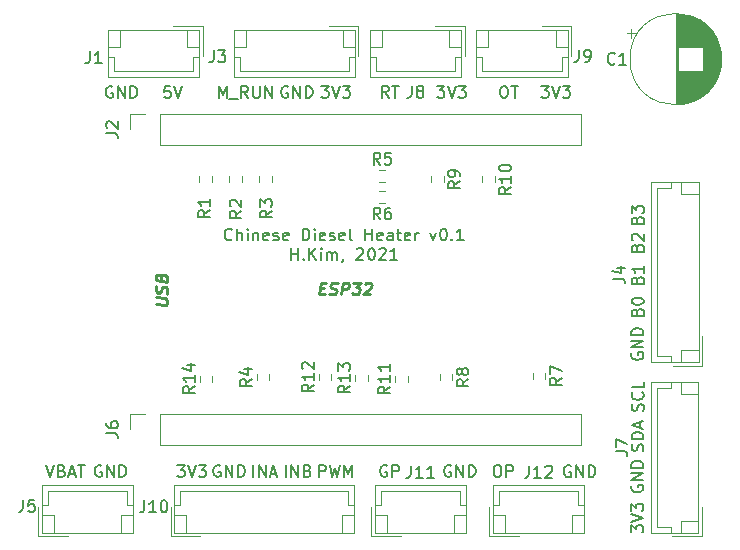
<source format=gbr>
%TF.GenerationSoftware,KiCad,Pcbnew,(5.1.9)-1*%
%TF.CreationDate,2021-02-26T14:18:11+09:00*%
%TF.ProjectId,diesel-heater-esp32,64696573-656c-42d6-9865-617465722d65,rev?*%
%TF.SameCoordinates,Original*%
%TF.FileFunction,Legend,Top*%
%TF.FilePolarity,Positive*%
%FSLAX46Y46*%
G04 Gerber Fmt 4.6, Leading zero omitted, Abs format (unit mm)*
G04 Created by KiCad (PCBNEW (5.1.9)-1) date 2021-02-26 14:18:11*
%MOMM*%
%LPD*%
G01*
G04 APERTURE LIST*
%ADD10C,0.250000*%
%ADD11C,0.150000*%
%ADD12C,0.120000*%
G04 APERTURE END LIST*
D10*
X121942380Y-94705014D02*
X122751904Y-94806205D01*
X122847142Y-94770491D01*
X122894761Y-94728824D01*
X122942380Y-94639538D01*
X122942380Y-94449062D01*
X122894761Y-94347872D01*
X122847142Y-94294300D01*
X122751904Y-94234776D01*
X121942380Y-94133586D01*
X122894761Y-93824062D02*
X122942380Y-93687157D01*
X122942380Y-93449062D01*
X122894761Y-93347872D01*
X122847142Y-93294300D01*
X122751904Y-93234776D01*
X122656666Y-93222872D01*
X122561428Y-93258586D01*
X122513809Y-93300252D01*
X122466190Y-93389538D01*
X122418571Y-93574062D01*
X122370952Y-93663348D01*
X122323333Y-93705014D01*
X122228095Y-93740729D01*
X122132857Y-93728824D01*
X122037619Y-93669300D01*
X121990000Y-93615729D01*
X121942380Y-93514538D01*
X121942380Y-93276443D01*
X121990000Y-93139538D01*
X122418571Y-92431205D02*
X122466190Y-92294300D01*
X122513809Y-92252633D01*
X122609047Y-92216919D01*
X122751904Y-92234776D01*
X122847142Y-92294300D01*
X122894761Y-92347872D01*
X122942380Y-92449062D01*
X122942380Y-92830014D01*
X121942380Y-92705014D01*
X121942380Y-92371681D01*
X121990000Y-92282395D01*
X122037619Y-92240729D01*
X122132857Y-92205014D01*
X122228095Y-92216919D01*
X122323333Y-92276443D01*
X122370952Y-92330014D01*
X122418571Y-92431205D01*
X122418571Y-92764538D01*
X135864508Y-93368571D02*
X136197842Y-93368571D01*
X136275223Y-93892380D02*
X135799032Y-93892380D01*
X135924032Y-92892380D01*
X136400223Y-92892380D01*
X136662127Y-93844761D02*
X136799032Y-93892380D01*
X137037127Y-93892380D01*
X137138318Y-93844761D01*
X137191889Y-93797142D01*
X137251413Y-93701904D01*
X137263318Y-93606666D01*
X137227604Y-93511428D01*
X137185937Y-93463809D01*
X137096651Y-93416190D01*
X136912127Y-93368571D01*
X136822842Y-93320952D01*
X136781175Y-93273333D01*
X136745461Y-93178095D01*
X136757366Y-93082857D01*
X136816889Y-92987619D01*
X136870461Y-92940000D01*
X136971651Y-92892380D01*
X137209747Y-92892380D01*
X137346651Y-92940000D01*
X137656175Y-93892380D02*
X137781175Y-92892380D01*
X138162127Y-92892380D01*
X138251413Y-92940000D01*
X138293080Y-92987619D01*
X138328794Y-93082857D01*
X138310937Y-93225714D01*
X138251413Y-93320952D01*
X138197842Y-93368571D01*
X138096651Y-93416190D01*
X137715699Y-93416190D01*
X138685937Y-92892380D02*
X139304985Y-92892380D01*
X138924032Y-93273333D01*
X139066889Y-93273333D01*
X139156175Y-93320952D01*
X139197842Y-93368571D01*
X139233556Y-93463809D01*
X139203794Y-93701904D01*
X139144270Y-93797142D01*
X139090699Y-93844761D01*
X138989508Y-93892380D01*
X138703794Y-93892380D01*
X138614508Y-93844761D01*
X138572842Y-93797142D01*
X139674032Y-92987619D02*
X139727604Y-92940000D01*
X139828794Y-92892380D01*
X140066889Y-92892380D01*
X140156175Y-92940000D01*
X140197842Y-92987619D01*
X140233556Y-93082857D01*
X140221651Y-93178095D01*
X140156175Y-93320952D01*
X139513318Y-93892380D01*
X140132366Y-93892380D01*
D11*
X128400000Y-89222142D02*
X128352380Y-89269761D01*
X128209523Y-89317380D01*
X128114285Y-89317380D01*
X127971428Y-89269761D01*
X127876190Y-89174523D01*
X127828571Y-89079285D01*
X127780952Y-88888809D01*
X127780952Y-88745952D01*
X127828571Y-88555476D01*
X127876190Y-88460238D01*
X127971428Y-88365000D01*
X128114285Y-88317380D01*
X128209523Y-88317380D01*
X128352380Y-88365000D01*
X128400000Y-88412619D01*
X128828571Y-89317380D02*
X128828571Y-88317380D01*
X129257142Y-89317380D02*
X129257142Y-88793571D01*
X129209523Y-88698333D01*
X129114285Y-88650714D01*
X128971428Y-88650714D01*
X128876190Y-88698333D01*
X128828571Y-88745952D01*
X129733333Y-89317380D02*
X129733333Y-88650714D01*
X129733333Y-88317380D02*
X129685714Y-88365000D01*
X129733333Y-88412619D01*
X129780952Y-88365000D01*
X129733333Y-88317380D01*
X129733333Y-88412619D01*
X130209523Y-88650714D02*
X130209523Y-89317380D01*
X130209523Y-88745952D02*
X130257142Y-88698333D01*
X130352380Y-88650714D01*
X130495238Y-88650714D01*
X130590476Y-88698333D01*
X130638095Y-88793571D01*
X130638095Y-89317380D01*
X131495238Y-89269761D02*
X131400000Y-89317380D01*
X131209523Y-89317380D01*
X131114285Y-89269761D01*
X131066666Y-89174523D01*
X131066666Y-88793571D01*
X131114285Y-88698333D01*
X131209523Y-88650714D01*
X131400000Y-88650714D01*
X131495238Y-88698333D01*
X131542857Y-88793571D01*
X131542857Y-88888809D01*
X131066666Y-88984047D01*
X131923809Y-89269761D02*
X132019047Y-89317380D01*
X132209523Y-89317380D01*
X132304761Y-89269761D01*
X132352380Y-89174523D01*
X132352380Y-89126904D01*
X132304761Y-89031666D01*
X132209523Y-88984047D01*
X132066666Y-88984047D01*
X131971428Y-88936428D01*
X131923809Y-88841190D01*
X131923809Y-88793571D01*
X131971428Y-88698333D01*
X132066666Y-88650714D01*
X132209523Y-88650714D01*
X132304761Y-88698333D01*
X133161904Y-89269761D02*
X133066666Y-89317380D01*
X132876190Y-89317380D01*
X132780952Y-89269761D01*
X132733333Y-89174523D01*
X132733333Y-88793571D01*
X132780952Y-88698333D01*
X132876190Y-88650714D01*
X133066666Y-88650714D01*
X133161904Y-88698333D01*
X133209523Y-88793571D01*
X133209523Y-88888809D01*
X132733333Y-88984047D01*
X134400000Y-89317380D02*
X134400000Y-88317380D01*
X134638095Y-88317380D01*
X134780952Y-88365000D01*
X134876190Y-88460238D01*
X134923809Y-88555476D01*
X134971428Y-88745952D01*
X134971428Y-88888809D01*
X134923809Y-89079285D01*
X134876190Y-89174523D01*
X134780952Y-89269761D01*
X134638095Y-89317380D01*
X134400000Y-89317380D01*
X135400000Y-89317380D02*
X135400000Y-88650714D01*
X135400000Y-88317380D02*
X135352380Y-88365000D01*
X135400000Y-88412619D01*
X135447619Y-88365000D01*
X135400000Y-88317380D01*
X135400000Y-88412619D01*
X136257142Y-89269761D02*
X136161904Y-89317380D01*
X135971428Y-89317380D01*
X135876190Y-89269761D01*
X135828571Y-89174523D01*
X135828571Y-88793571D01*
X135876190Y-88698333D01*
X135971428Y-88650714D01*
X136161904Y-88650714D01*
X136257142Y-88698333D01*
X136304761Y-88793571D01*
X136304761Y-88888809D01*
X135828571Y-88984047D01*
X136685714Y-89269761D02*
X136780952Y-89317380D01*
X136971428Y-89317380D01*
X137066666Y-89269761D01*
X137114285Y-89174523D01*
X137114285Y-89126904D01*
X137066666Y-89031666D01*
X136971428Y-88984047D01*
X136828571Y-88984047D01*
X136733333Y-88936428D01*
X136685714Y-88841190D01*
X136685714Y-88793571D01*
X136733333Y-88698333D01*
X136828571Y-88650714D01*
X136971428Y-88650714D01*
X137066666Y-88698333D01*
X137923809Y-89269761D02*
X137828571Y-89317380D01*
X137638095Y-89317380D01*
X137542857Y-89269761D01*
X137495238Y-89174523D01*
X137495238Y-88793571D01*
X137542857Y-88698333D01*
X137638095Y-88650714D01*
X137828571Y-88650714D01*
X137923809Y-88698333D01*
X137971428Y-88793571D01*
X137971428Y-88888809D01*
X137495238Y-88984047D01*
X138542857Y-89317380D02*
X138447619Y-89269761D01*
X138400000Y-89174523D01*
X138400000Y-88317380D01*
X139685714Y-89317380D02*
X139685714Y-88317380D01*
X139685714Y-88793571D02*
X140257142Y-88793571D01*
X140257142Y-89317380D02*
X140257142Y-88317380D01*
X141114285Y-89269761D02*
X141019047Y-89317380D01*
X140828571Y-89317380D01*
X140733333Y-89269761D01*
X140685714Y-89174523D01*
X140685714Y-88793571D01*
X140733333Y-88698333D01*
X140828571Y-88650714D01*
X141019047Y-88650714D01*
X141114285Y-88698333D01*
X141161904Y-88793571D01*
X141161904Y-88888809D01*
X140685714Y-88984047D01*
X142019047Y-89317380D02*
X142019047Y-88793571D01*
X141971428Y-88698333D01*
X141876190Y-88650714D01*
X141685714Y-88650714D01*
X141590476Y-88698333D01*
X142019047Y-89269761D02*
X141923809Y-89317380D01*
X141685714Y-89317380D01*
X141590476Y-89269761D01*
X141542857Y-89174523D01*
X141542857Y-89079285D01*
X141590476Y-88984047D01*
X141685714Y-88936428D01*
X141923809Y-88936428D01*
X142019047Y-88888809D01*
X142352380Y-88650714D02*
X142733333Y-88650714D01*
X142495238Y-88317380D02*
X142495238Y-89174523D01*
X142542857Y-89269761D01*
X142638095Y-89317380D01*
X142733333Y-89317380D01*
X143447619Y-89269761D02*
X143352380Y-89317380D01*
X143161904Y-89317380D01*
X143066666Y-89269761D01*
X143019047Y-89174523D01*
X143019047Y-88793571D01*
X143066666Y-88698333D01*
X143161904Y-88650714D01*
X143352380Y-88650714D01*
X143447619Y-88698333D01*
X143495238Y-88793571D01*
X143495238Y-88888809D01*
X143019047Y-88984047D01*
X143923809Y-89317380D02*
X143923809Y-88650714D01*
X143923809Y-88841190D02*
X143971428Y-88745952D01*
X144019047Y-88698333D01*
X144114285Y-88650714D01*
X144209523Y-88650714D01*
X145209523Y-88650714D02*
X145447619Y-89317380D01*
X145685714Y-88650714D01*
X146257142Y-88317380D02*
X146352380Y-88317380D01*
X146447619Y-88365000D01*
X146495238Y-88412619D01*
X146542857Y-88507857D01*
X146590476Y-88698333D01*
X146590476Y-88936428D01*
X146542857Y-89126904D01*
X146495238Y-89222142D01*
X146447619Y-89269761D01*
X146352380Y-89317380D01*
X146257142Y-89317380D01*
X146161904Y-89269761D01*
X146114285Y-89222142D01*
X146066666Y-89126904D01*
X146019047Y-88936428D01*
X146019047Y-88698333D01*
X146066666Y-88507857D01*
X146114285Y-88412619D01*
X146161904Y-88365000D01*
X146257142Y-88317380D01*
X147019047Y-89222142D02*
X147066666Y-89269761D01*
X147019047Y-89317380D01*
X146971428Y-89269761D01*
X147019047Y-89222142D01*
X147019047Y-89317380D01*
X148019047Y-89317380D02*
X147447619Y-89317380D01*
X147733333Y-89317380D02*
X147733333Y-88317380D01*
X147638095Y-88460238D01*
X147542857Y-88555476D01*
X147447619Y-88603095D01*
X133447619Y-90967380D02*
X133447619Y-89967380D01*
X133447619Y-90443571D02*
X134019047Y-90443571D01*
X134019047Y-90967380D02*
X134019047Y-89967380D01*
X134495238Y-90872142D02*
X134542857Y-90919761D01*
X134495238Y-90967380D01*
X134447619Y-90919761D01*
X134495238Y-90872142D01*
X134495238Y-90967380D01*
X134971428Y-90967380D02*
X134971428Y-89967380D01*
X135542857Y-90967380D02*
X135114285Y-90395952D01*
X135542857Y-89967380D02*
X134971428Y-90538809D01*
X135971428Y-90967380D02*
X135971428Y-90300714D01*
X135971428Y-89967380D02*
X135923809Y-90015000D01*
X135971428Y-90062619D01*
X136019047Y-90015000D01*
X135971428Y-89967380D01*
X135971428Y-90062619D01*
X136447619Y-90967380D02*
X136447619Y-90300714D01*
X136447619Y-90395952D02*
X136495238Y-90348333D01*
X136590476Y-90300714D01*
X136733333Y-90300714D01*
X136828571Y-90348333D01*
X136876190Y-90443571D01*
X136876190Y-90967380D01*
X136876190Y-90443571D02*
X136923809Y-90348333D01*
X137019047Y-90300714D01*
X137161904Y-90300714D01*
X137257142Y-90348333D01*
X137304761Y-90443571D01*
X137304761Y-90967380D01*
X137828571Y-90919761D02*
X137828571Y-90967380D01*
X137780952Y-91062619D01*
X137733333Y-91110238D01*
X138971428Y-90062619D02*
X139019047Y-90015000D01*
X139114285Y-89967380D01*
X139352380Y-89967380D01*
X139447619Y-90015000D01*
X139495238Y-90062619D01*
X139542857Y-90157857D01*
X139542857Y-90253095D01*
X139495238Y-90395952D01*
X138923809Y-90967380D01*
X139542857Y-90967380D01*
X140161904Y-89967380D02*
X140257142Y-89967380D01*
X140352380Y-90015000D01*
X140400000Y-90062619D01*
X140447619Y-90157857D01*
X140495238Y-90348333D01*
X140495238Y-90586428D01*
X140447619Y-90776904D01*
X140400000Y-90872142D01*
X140352380Y-90919761D01*
X140257142Y-90967380D01*
X140161904Y-90967380D01*
X140066666Y-90919761D01*
X140019047Y-90872142D01*
X139971428Y-90776904D01*
X139923809Y-90586428D01*
X139923809Y-90348333D01*
X139971428Y-90157857D01*
X140019047Y-90062619D01*
X140066666Y-90015000D01*
X140161904Y-89967380D01*
X140876190Y-90062619D02*
X140923809Y-90015000D01*
X141019047Y-89967380D01*
X141257142Y-89967380D01*
X141352380Y-90015000D01*
X141400000Y-90062619D01*
X141447619Y-90157857D01*
X141447619Y-90253095D01*
X141400000Y-90395952D01*
X140828571Y-90967380D01*
X141447619Y-90967380D01*
X142400000Y-90967380D02*
X141828571Y-90967380D01*
X142114285Y-90967380D02*
X142114285Y-89967380D01*
X142019047Y-90110238D01*
X141923809Y-90205476D01*
X141828571Y-90253095D01*
X127288095Y-77252380D02*
X127288095Y-76252380D01*
X127621428Y-76966666D01*
X127954761Y-76252380D01*
X127954761Y-77252380D01*
X128192857Y-77347619D02*
X128954761Y-77347619D01*
X129764285Y-77252380D02*
X129430952Y-76776190D01*
X129192857Y-77252380D02*
X129192857Y-76252380D01*
X129573809Y-76252380D01*
X129669047Y-76300000D01*
X129716666Y-76347619D01*
X129764285Y-76442857D01*
X129764285Y-76585714D01*
X129716666Y-76680952D01*
X129669047Y-76728571D01*
X129573809Y-76776190D01*
X129192857Y-76776190D01*
X130192857Y-76252380D02*
X130192857Y-77061904D01*
X130240476Y-77157142D01*
X130288095Y-77204761D01*
X130383333Y-77252380D01*
X130573809Y-77252380D01*
X130669047Y-77204761D01*
X130716666Y-77157142D01*
X130764285Y-77061904D01*
X130764285Y-76252380D01*
X131240476Y-77252380D02*
X131240476Y-76252380D01*
X131811904Y-77252380D01*
X131811904Y-76252380D01*
X133138095Y-76290000D02*
X133042857Y-76242380D01*
X132900000Y-76242380D01*
X132757142Y-76290000D01*
X132661904Y-76385238D01*
X132614285Y-76480476D01*
X132566666Y-76670952D01*
X132566666Y-76813809D01*
X132614285Y-77004285D01*
X132661904Y-77099523D01*
X132757142Y-77194761D01*
X132900000Y-77242380D01*
X132995238Y-77242380D01*
X133138095Y-77194761D01*
X133185714Y-77147142D01*
X133185714Y-76813809D01*
X132995238Y-76813809D01*
X133614285Y-77242380D02*
X133614285Y-76242380D01*
X134185714Y-77242380D01*
X134185714Y-76242380D01*
X134661904Y-77242380D02*
X134661904Y-76242380D01*
X134900000Y-76242380D01*
X135042857Y-76290000D01*
X135138095Y-76385238D01*
X135185714Y-76480476D01*
X135233333Y-76670952D01*
X135233333Y-76813809D01*
X135185714Y-77004285D01*
X135138095Y-77099523D01*
X135042857Y-77194761D01*
X134900000Y-77242380D01*
X134661904Y-77242380D01*
X135971904Y-76232380D02*
X136590952Y-76232380D01*
X136257619Y-76613333D01*
X136400476Y-76613333D01*
X136495714Y-76660952D01*
X136543333Y-76708571D01*
X136590952Y-76803809D01*
X136590952Y-77041904D01*
X136543333Y-77137142D01*
X136495714Y-77184761D01*
X136400476Y-77232380D01*
X136114761Y-77232380D01*
X136019523Y-77184761D01*
X135971904Y-77137142D01*
X136876666Y-76232380D02*
X137210000Y-77232380D01*
X137543333Y-76232380D01*
X137781428Y-76232380D02*
X138400476Y-76232380D01*
X138067142Y-76613333D01*
X138210000Y-76613333D01*
X138305238Y-76660952D01*
X138352857Y-76708571D01*
X138400476Y-76803809D01*
X138400476Y-77041904D01*
X138352857Y-77137142D01*
X138305238Y-77184761D01*
X138210000Y-77232380D01*
X137924285Y-77232380D01*
X137829047Y-77184761D01*
X137781428Y-77137142D01*
X141678571Y-77232380D02*
X141345238Y-76756190D01*
X141107142Y-77232380D02*
X141107142Y-76232380D01*
X141488095Y-76232380D01*
X141583333Y-76280000D01*
X141630952Y-76327619D01*
X141678571Y-76422857D01*
X141678571Y-76565714D01*
X141630952Y-76660952D01*
X141583333Y-76708571D01*
X141488095Y-76756190D01*
X141107142Y-76756190D01*
X141964285Y-76232380D02*
X142535714Y-76232380D01*
X142250000Y-77232380D02*
X142250000Y-76232380D01*
X151343809Y-76252380D02*
X151534285Y-76252380D01*
X151629523Y-76300000D01*
X151724761Y-76395238D01*
X151772380Y-76585714D01*
X151772380Y-76919047D01*
X151724761Y-77109523D01*
X151629523Y-77204761D01*
X151534285Y-77252380D01*
X151343809Y-77252380D01*
X151248571Y-77204761D01*
X151153333Y-77109523D01*
X151105714Y-76919047D01*
X151105714Y-76585714D01*
X151153333Y-76395238D01*
X151248571Y-76300000D01*
X151343809Y-76252380D01*
X152058095Y-76252380D02*
X152629523Y-76252380D01*
X152343809Y-77252380D02*
X152343809Y-76252380D01*
X145771904Y-76242380D02*
X146390952Y-76242380D01*
X146057619Y-76623333D01*
X146200476Y-76623333D01*
X146295714Y-76670952D01*
X146343333Y-76718571D01*
X146390952Y-76813809D01*
X146390952Y-77051904D01*
X146343333Y-77147142D01*
X146295714Y-77194761D01*
X146200476Y-77242380D01*
X145914761Y-77242380D01*
X145819523Y-77194761D01*
X145771904Y-77147142D01*
X146676666Y-76242380D02*
X147010000Y-77242380D01*
X147343333Y-76242380D01*
X147581428Y-76242380D02*
X148200476Y-76242380D01*
X147867142Y-76623333D01*
X148010000Y-76623333D01*
X148105238Y-76670952D01*
X148152857Y-76718571D01*
X148200476Y-76813809D01*
X148200476Y-77051904D01*
X148152857Y-77147142D01*
X148105238Y-77194761D01*
X148010000Y-77242380D01*
X147724285Y-77242380D01*
X147629047Y-77194761D01*
X147581428Y-77147142D01*
X154591904Y-76232380D02*
X155210952Y-76232380D01*
X154877619Y-76613333D01*
X155020476Y-76613333D01*
X155115714Y-76660952D01*
X155163333Y-76708571D01*
X155210952Y-76803809D01*
X155210952Y-77041904D01*
X155163333Y-77137142D01*
X155115714Y-77184761D01*
X155020476Y-77232380D01*
X154734761Y-77232380D01*
X154639523Y-77184761D01*
X154591904Y-77137142D01*
X155496666Y-76232380D02*
X155830000Y-77232380D01*
X156163333Y-76232380D01*
X156401428Y-76232380D02*
X157020476Y-76232380D01*
X156687142Y-76613333D01*
X156830000Y-76613333D01*
X156925238Y-76660952D01*
X156972857Y-76708571D01*
X157020476Y-76803809D01*
X157020476Y-77041904D01*
X156972857Y-77137142D01*
X156925238Y-77184761D01*
X156830000Y-77232380D01*
X156544285Y-77232380D01*
X156449047Y-77184761D01*
X156401428Y-77137142D01*
X162728571Y-87584761D02*
X162776190Y-87441904D01*
X162823809Y-87394285D01*
X162919047Y-87346666D01*
X163061904Y-87346666D01*
X163157142Y-87394285D01*
X163204761Y-87441904D01*
X163252380Y-87537142D01*
X163252380Y-87918095D01*
X162252380Y-87918095D01*
X162252380Y-87584761D01*
X162300000Y-87489523D01*
X162347619Y-87441904D01*
X162442857Y-87394285D01*
X162538095Y-87394285D01*
X162633333Y-87441904D01*
X162680952Y-87489523D01*
X162728571Y-87584761D01*
X162728571Y-87918095D01*
X162252380Y-87013333D02*
X162252380Y-86394285D01*
X162633333Y-86727619D01*
X162633333Y-86584761D01*
X162680952Y-86489523D01*
X162728571Y-86441904D01*
X162823809Y-86394285D01*
X163061904Y-86394285D01*
X163157142Y-86441904D01*
X163204761Y-86489523D01*
X163252380Y-86584761D01*
X163252380Y-86870476D01*
X163204761Y-86965714D01*
X163157142Y-87013333D01*
X162728571Y-89924761D02*
X162776190Y-89781904D01*
X162823809Y-89734285D01*
X162919047Y-89686666D01*
X163061904Y-89686666D01*
X163157142Y-89734285D01*
X163204761Y-89781904D01*
X163252380Y-89877142D01*
X163252380Y-90258095D01*
X162252380Y-90258095D01*
X162252380Y-89924761D01*
X162300000Y-89829523D01*
X162347619Y-89781904D01*
X162442857Y-89734285D01*
X162538095Y-89734285D01*
X162633333Y-89781904D01*
X162680952Y-89829523D01*
X162728571Y-89924761D01*
X162728571Y-90258095D01*
X162347619Y-89305714D02*
X162300000Y-89258095D01*
X162252380Y-89162857D01*
X162252380Y-88924761D01*
X162300000Y-88829523D01*
X162347619Y-88781904D01*
X162442857Y-88734285D01*
X162538095Y-88734285D01*
X162680952Y-88781904D01*
X163252380Y-89353333D01*
X163252380Y-88734285D01*
X162738571Y-92664761D02*
X162786190Y-92521904D01*
X162833809Y-92474285D01*
X162929047Y-92426666D01*
X163071904Y-92426666D01*
X163167142Y-92474285D01*
X163214761Y-92521904D01*
X163262380Y-92617142D01*
X163262380Y-92998095D01*
X162262380Y-92998095D01*
X162262380Y-92664761D01*
X162310000Y-92569523D01*
X162357619Y-92521904D01*
X162452857Y-92474285D01*
X162548095Y-92474285D01*
X162643333Y-92521904D01*
X162690952Y-92569523D01*
X162738571Y-92664761D01*
X162738571Y-92998095D01*
X163262380Y-91474285D02*
X163262380Y-92045714D01*
X163262380Y-91760000D02*
X162262380Y-91760000D01*
X162405238Y-91855238D01*
X162500476Y-91950476D01*
X162548095Y-92045714D01*
X162728571Y-95364761D02*
X162776190Y-95221904D01*
X162823809Y-95174285D01*
X162919047Y-95126666D01*
X163061904Y-95126666D01*
X163157142Y-95174285D01*
X163204761Y-95221904D01*
X163252380Y-95317142D01*
X163252380Y-95698095D01*
X162252380Y-95698095D01*
X162252380Y-95364761D01*
X162300000Y-95269523D01*
X162347619Y-95221904D01*
X162442857Y-95174285D01*
X162538095Y-95174285D01*
X162633333Y-95221904D01*
X162680952Y-95269523D01*
X162728571Y-95364761D01*
X162728571Y-95698095D01*
X162252380Y-94507619D02*
X162252380Y-94412380D01*
X162300000Y-94317142D01*
X162347619Y-94269523D01*
X162442857Y-94221904D01*
X162633333Y-94174285D01*
X162871428Y-94174285D01*
X163061904Y-94221904D01*
X163157142Y-94269523D01*
X163204761Y-94317142D01*
X163252380Y-94412380D01*
X163252380Y-94507619D01*
X163204761Y-94602857D01*
X163157142Y-94650476D01*
X163061904Y-94698095D01*
X162871428Y-94745714D01*
X162633333Y-94745714D01*
X162442857Y-94698095D01*
X162347619Y-94650476D01*
X162300000Y-94602857D01*
X162252380Y-94507619D01*
X162280000Y-98851904D02*
X162232380Y-98947142D01*
X162232380Y-99090000D01*
X162280000Y-99232857D01*
X162375238Y-99328095D01*
X162470476Y-99375714D01*
X162660952Y-99423333D01*
X162803809Y-99423333D01*
X162994285Y-99375714D01*
X163089523Y-99328095D01*
X163184761Y-99232857D01*
X163232380Y-99090000D01*
X163232380Y-98994761D01*
X163184761Y-98851904D01*
X163137142Y-98804285D01*
X162803809Y-98804285D01*
X162803809Y-98994761D01*
X163232380Y-98375714D02*
X162232380Y-98375714D01*
X163232380Y-97804285D01*
X162232380Y-97804285D01*
X163232380Y-97328095D02*
X162232380Y-97328095D01*
X162232380Y-97090000D01*
X162280000Y-96947142D01*
X162375238Y-96851904D01*
X162470476Y-96804285D01*
X162660952Y-96756666D01*
X162803809Y-96756666D01*
X162994285Y-96804285D01*
X163089523Y-96851904D01*
X163184761Y-96947142D01*
X163232380Y-97090000D01*
X163232380Y-97328095D01*
X163204761Y-103760476D02*
X163252380Y-103617619D01*
X163252380Y-103379523D01*
X163204761Y-103284285D01*
X163157142Y-103236666D01*
X163061904Y-103189047D01*
X162966666Y-103189047D01*
X162871428Y-103236666D01*
X162823809Y-103284285D01*
X162776190Y-103379523D01*
X162728571Y-103570000D01*
X162680952Y-103665238D01*
X162633333Y-103712857D01*
X162538095Y-103760476D01*
X162442857Y-103760476D01*
X162347619Y-103712857D01*
X162300000Y-103665238D01*
X162252380Y-103570000D01*
X162252380Y-103331904D01*
X162300000Y-103189047D01*
X163157142Y-102189047D02*
X163204761Y-102236666D01*
X163252380Y-102379523D01*
X163252380Y-102474761D01*
X163204761Y-102617619D01*
X163109523Y-102712857D01*
X163014285Y-102760476D01*
X162823809Y-102808095D01*
X162680952Y-102808095D01*
X162490476Y-102760476D01*
X162395238Y-102712857D01*
X162300000Y-102617619D01*
X162252380Y-102474761D01*
X162252380Y-102379523D01*
X162300000Y-102236666D01*
X162347619Y-102189047D01*
X163252380Y-101284285D02*
X163252380Y-101760476D01*
X162252380Y-101760476D01*
X163194761Y-107134285D02*
X163242380Y-106991428D01*
X163242380Y-106753333D01*
X163194761Y-106658095D01*
X163147142Y-106610476D01*
X163051904Y-106562857D01*
X162956666Y-106562857D01*
X162861428Y-106610476D01*
X162813809Y-106658095D01*
X162766190Y-106753333D01*
X162718571Y-106943809D01*
X162670952Y-107039047D01*
X162623333Y-107086666D01*
X162528095Y-107134285D01*
X162432857Y-107134285D01*
X162337619Y-107086666D01*
X162290000Y-107039047D01*
X162242380Y-106943809D01*
X162242380Y-106705714D01*
X162290000Y-106562857D01*
X163242380Y-106134285D02*
X162242380Y-106134285D01*
X162242380Y-105896190D01*
X162290000Y-105753333D01*
X162385238Y-105658095D01*
X162480476Y-105610476D01*
X162670952Y-105562857D01*
X162813809Y-105562857D01*
X163004285Y-105610476D01*
X163099523Y-105658095D01*
X163194761Y-105753333D01*
X163242380Y-105896190D01*
X163242380Y-106134285D01*
X162956666Y-105181904D02*
X162956666Y-104705714D01*
X163242380Y-105277142D02*
X162242380Y-104943809D01*
X163242380Y-104610476D01*
X162222380Y-114038095D02*
X162222380Y-113419047D01*
X162603333Y-113752380D01*
X162603333Y-113609523D01*
X162650952Y-113514285D01*
X162698571Y-113466666D01*
X162793809Y-113419047D01*
X163031904Y-113419047D01*
X163127142Y-113466666D01*
X163174761Y-113514285D01*
X163222380Y-113609523D01*
X163222380Y-113895238D01*
X163174761Y-113990476D01*
X163127142Y-114038095D01*
X162222380Y-113133333D02*
X163222380Y-112800000D01*
X162222380Y-112466666D01*
X162222380Y-112228571D02*
X162222380Y-111609523D01*
X162603333Y-111942857D01*
X162603333Y-111800000D01*
X162650952Y-111704761D01*
X162698571Y-111657142D01*
X162793809Y-111609523D01*
X163031904Y-111609523D01*
X163127142Y-111657142D01*
X163174761Y-111704761D01*
X163222380Y-111800000D01*
X163222380Y-112085714D01*
X163174761Y-112180952D01*
X163127142Y-112228571D01*
X162270000Y-110071904D02*
X162222380Y-110167142D01*
X162222380Y-110310000D01*
X162270000Y-110452857D01*
X162365238Y-110548095D01*
X162460476Y-110595714D01*
X162650952Y-110643333D01*
X162793809Y-110643333D01*
X162984285Y-110595714D01*
X163079523Y-110548095D01*
X163174761Y-110452857D01*
X163222380Y-110310000D01*
X163222380Y-110214761D01*
X163174761Y-110071904D01*
X163127142Y-110024285D01*
X162793809Y-110024285D01*
X162793809Y-110214761D01*
X163222380Y-109595714D02*
X162222380Y-109595714D01*
X163222380Y-109024285D01*
X162222380Y-109024285D01*
X163222380Y-108548095D02*
X162222380Y-108548095D01*
X162222380Y-108310000D01*
X162270000Y-108167142D01*
X162365238Y-108071904D01*
X162460476Y-108024285D01*
X162650952Y-107976666D01*
X162793809Y-107976666D01*
X162984285Y-108024285D01*
X163079523Y-108071904D01*
X163174761Y-108167142D01*
X163222380Y-108310000D01*
X163222380Y-108548095D01*
X141511904Y-108390000D02*
X141416666Y-108342380D01*
X141273809Y-108342380D01*
X141130952Y-108390000D01*
X141035714Y-108485238D01*
X140988095Y-108580476D01*
X140940476Y-108770952D01*
X140940476Y-108913809D01*
X140988095Y-109104285D01*
X141035714Y-109199523D01*
X141130952Y-109294761D01*
X141273809Y-109342380D01*
X141369047Y-109342380D01*
X141511904Y-109294761D01*
X141559523Y-109247142D01*
X141559523Y-108913809D01*
X141369047Y-108913809D01*
X141988095Y-109342380D02*
X141988095Y-108342380D01*
X142369047Y-108342380D01*
X142464285Y-108390000D01*
X142511904Y-108437619D01*
X142559523Y-108532857D01*
X142559523Y-108675714D01*
X142511904Y-108770952D01*
X142464285Y-108818571D01*
X142369047Y-108866190D01*
X141988095Y-108866190D01*
X150794761Y-108352380D02*
X150985238Y-108352380D01*
X151080476Y-108400000D01*
X151175714Y-108495238D01*
X151223333Y-108685714D01*
X151223333Y-109019047D01*
X151175714Y-109209523D01*
X151080476Y-109304761D01*
X150985238Y-109352380D01*
X150794761Y-109352380D01*
X150699523Y-109304761D01*
X150604285Y-109209523D01*
X150556666Y-109019047D01*
X150556666Y-108685714D01*
X150604285Y-108495238D01*
X150699523Y-108400000D01*
X150794761Y-108352380D01*
X151651904Y-109352380D02*
X151651904Y-108352380D01*
X152032857Y-108352380D01*
X152128095Y-108400000D01*
X152175714Y-108447619D01*
X152223333Y-108542857D01*
X152223333Y-108685714D01*
X152175714Y-108780952D01*
X152128095Y-108828571D01*
X152032857Y-108876190D01*
X151651904Y-108876190D01*
X157078095Y-108410000D02*
X156982857Y-108362380D01*
X156840000Y-108362380D01*
X156697142Y-108410000D01*
X156601904Y-108505238D01*
X156554285Y-108600476D01*
X156506666Y-108790952D01*
X156506666Y-108933809D01*
X156554285Y-109124285D01*
X156601904Y-109219523D01*
X156697142Y-109314761D01*
X156840000Y-109362380D01*
X156935238Y-109362380D01*
X157078095Y-109314761D01*
X157125714Y-109267142D01*
X157125714Y-108933809D01*
X156935238Y-108933809D01*
X157554285Y-109362380D02*
X157554285Y-108362380D01*
X158125714Y-109362380D01*
X158125714Y-108362380D01*
X158601904Y-109362380D02*
X158601904Y-108362380D01*
X158840000Y-108362380D01*
X158982857Y-108410000D01*
X159078095Y-108505238D01*
X159125714Y-108600476D01*
X159173333Y-108790952D01*
X159173333Y-108933809D01*
X159125714Y-109124285D01*
X159078095Y-109219523D01*
X158982857Y-109314761D01*
X158840000Y-109362380D01*
X158601904Y-109362380D01*
X146938095Y-108390000D02*
X146842857Y-108342380D01*
X146700000Y-108342380D01*
X146557142Y-108390000D01*
X146461904Y-108485238D01*
X146414285Y-108580476D01*
X146366666Y-108770952D01*
X146366666Y-108913809D01*
X146414285Y-109104285D01*
X146461904Y-109199523D01*
X146557142Y-109294761D01*
X146700000Y-109342380D01*
X146795238Y-109342380D01*
X146938095Y-109294761D01*
X146985714Y-109247142D01*
X146985714Y-108913809D01*
X146795238Y-108913809D01*
X147414285Y-109342380D02*
X147414285Y-108342380D01*
X147985714Y-109342380D01*
X147985714Y-108342380D01*
X148461904Y-109342380D02*
X148461904Y-108342380D01*
X148700000Y-108342380D01*
X148842857Y-108390000D01*
X148938095Y-108485238D01*
X148985714Y-108580476D01*
X149033333Y-108770952D01*
X149033333Y-108913809D01*
X148985714Y-109104285D01*
X148938095Y-109199523D01*
X148842857Y-109294761D01*
X148700000Y-109342380D01*
X148461904Y-109342380D01*
X135775238Y-109342380D02*
X135775238Y-108342380D01*
X136156190Y-108342380D01*
X136251428Y-108390000D01*
X136299047Y-108437619D01*
X136346666Y-108532857D01*
X136346666Y-108675714D01*
X136299047Y-108770952D01*
X136251428Y-108818571D01*
X136156190Y-108866190D01*
X135775238Y-108866190D01*
X136680000Y-108342380D02*
X136918095Y-109342380D01*
X137108571Y-108628095D01*
X137299047Y-109342380D01*
X137537142Y-108342380D01*
X137918095Y-109342380D02*
X137918095Y-108342380D01*
X138251428Y-109056666D01*
X138584761Y-108342380D01*
X138584761Y-109342380D01*
X132956190Y-109342380D02*
X132956190Y-108342380D01*
X133432380Y-109342380D02*
X133432380Y-108342380D01*
X134003809Y-109342380D01*
X134003809Y-108342380D01*
X134813333Y-108818571D02*
X134956190Y-108866190D01*
X135003809Y-108913809D01*
X135051428Y-109009047D01*
X135051428Y-109151904D01*
X135003809Y-109247142D01*
X134956190Y-109294761D01*
X134860952Y-109342380D01*
X134480000Y-109342380D01*
X134480000Y-108342380D01*
X134813333Y-108342380D01*
X134908571Y-108390000D01*
X134956190Y-108437619D01*
X135003809Y-108532857D01*
X135003809Y-108628095D01*
X134956190Y-108723333D01*
X134908571Y-108770952D01*
X134813333Y-108818571D01*
X134480000Y-108818571D01*
X130207619Y-109352380D02*
X130207619Y-108352380D01*
X130683809Y-109352380D02*
X130683809Y-108352380D01*
X131255238Y-109352380D01*
X131255238Y-108352380D01*
X131683809Y-109066666D02*
X132160000Y-109066666D01*
X131588571Y-109352380D02*
X131921904Y-108352380D01*
X132255238Y-109352380D01*
X127398095Y-108390000D02*
X127302857Y-108342380D01*
X127160000Y-108342380D01*
X127017142Y-108390000D01*
X126921904Y-108485238D01*
X126874285Y-108580476D01*
X126826666Y-108770952D01*
X126826666Y-108913809D01*
X126874285Y-109104285D01*
X126921904Y-109199523D01*
X127017142Y-109294761D01*
X127160000Y-109342380D01*
X127255238Y-109342380D01*
X127398095Y-109294761D01*
X127445714Y-109247142D01*
X127445714Y-108913809D01*
X127255238Y-108913809D01*
X127874285Y-109342380D02*
X127874285Y-108342380D01*
X128445714Y-109342380D01*
X128445714Y-108342380D01*
X128921904Y-109342380D02*
X128921904Y-108342380D01*
X129160000Y-108342380D01*
X129302857Y-108390000D01*
X129398095Y-108485238D01*
X129445714Y-108580476D01*
X129493333Y-108770952D01*
X129493333Y-108913809D01*
X129445714Y-109104285D01*
X129398095Y-109199523D01*
X129302857Y-109294761D01*
X129160000Y-109342380D01*
X128921904Y-109342380D01*
X123781904Y-108342380D02*
X124400952Y-108342380D01*
X124067619Y-108723333D01*
X124210476Y-108723333D01*
X124305714Y-108770952D01*
X124353333Y-108818571D01*
X124400952Y-108913809D01*
X124400952Y-109151904D01*
X124353333Y-109247142D01*
X124305714Y-109294761D01*
X124210476Y-109342380D01*
X123924761Y-109342380D01*
X123829523Y-109294761D01*
X123781904Y-109247142D01*
X124686666Y-108342380D02*
X125020000Y-109342380D01*
X125353333Y-108342380D01*
X125591428Y-108342380D02*
X126210476Y-108342380D01*
X125877142Y-108723333D01*
X126020000Y-108723333D01*
X126115238Y-108770952D01*
X126162857Y-108818571D01*
X126210476Y-108913809D01*
X126210476Y-109151904D01*
X126162857Y-109247142D01*
X126115238Y-109294761D01*
X126020000Y-109342380D01*
X125734285Y-109342380D01*
X125639047Y-109294761D01*
X125591428Y-109247142D01*
X112667142Y-108342380D02*
X113000476Y-109342380D01*
X113333809Y-108342380D01*
X114000476Y-108818571D02*
X114143333Y-108866190D01*
X114190952Y-108913809D01*
X114238571Y-109009047D01*
X114238571Y-109151904D01*
X114190952Y-109247142D01*
X114143333Y-109294761D01*
X114048095Y-109342380D01*
X113667142Y-109342380D01*
X113667142Y-108342380D01*
X114000476Y-108342380D01*
X114095714Y-108390000D01*
X114143333Y-108437619D01*
X114190952Y-108532857D01*
X114190952Y-108628095D01*
X114143333Y-108723333D01*
X114095714Y-108770952D01*
X114000476Y-108818571D01*
X113667142Y-108818571D01*
X114619523Y-109056666D02*
X115095714Y-109056666D01*
X114524285Y-109342380D02*
X114857619Y-108342380D01*
X115190952Y-109342380D01*
X115381428Y-108342380D02*
X115952857Y-108342380D01*
X115667142Y-109342380D02*
X115667142Y-108342380D01*
X117348095Y-108390000D02*
X117252857Y-108342380D01*
X117110000Y-108342380D01*
X116967142Y-108390000D01*
X116871904Y-108485238D01*
X116824285Y-108580476D01*
X116776666Y-108770952D01*
X116776666Y-108913809D01*
X116824285Y-109104285D01*
X116871904Y-109199523D01*
X116967142Y-109294761D01*
X117110000Y-109342380D01*
X117205238Y-109342380D01*
X117348095Y-109294761D01*
X117395714Y-109247142D01*
X117395714Y-108913809D01*
X117205238Y-108913809D01*
X117824285Y-109342380D02*
X117824285Y-108342380D01*
X118395714Y-109342380D01*
X118395714Y-108342380D01*
X118871904Y-109342380D02*
X118871904Y-108342380D01*
X119110000Y-108342380D01*
X119252857Y-108390000D01*
X119348095Y-108485238D01*
X119395714Y-108580476D01*
X119443333Y-108770952D01*
X119443333Y-108913809D01*
X119395714Y-109104285D01*
X119348095Y-109199523D01*
X119252857Y-109294761D01*
X119110000Y-109342380D01*
X118871904Y-109342380D01*
X123179523Y-76252380D02*
X122703333Y-76252380D01*
X122655714Y-76728571D01*
X122703333Y-76680952D01*
X122798571Y-76633333D01*
X123036666Y-76633333D01*
X123131904Y-76680952D01*
X123179523Y-76728571D01*
X123227142Y-76823809D01*
X123227142Y-77061904D01*
X123179523Y-77157142D01*
X123131904Y-77204761D01*
X123036666Y-77252380D01*
X122798571Y-77252380D01*
X122703333Y-77204761D01*
X122655714Y-77157142D01*
X123512857Y-76252380D02*
X123846190Y-77252380D01*
X124179523Y-76252380D01*
X118288095Y-76300000D02*
X118192857Y-76252380D01*
X118050000Y-76252380D01*
X117907142Y-76300000D01*
X117811904Y-76395238D01*
X117764285Y-76490476D01*
X117716666Y-76680952D01*
X117716666Y-76823809D01*
X117764285Y-77014285D01*
X117811904Y-77109523D01*
X117907142Y-77204761D01*
X118050000Y-77252380D01*
X118145238Y-77252380D01*
X118288095Y-77204761D01*
X118335714Y-77157142D01*
X118335714Y-76823809D01*
X118145238Y-76823809D01*
X118764285Y-77252380D02*
X118764285Y-76252380D01*
X119335714Y-77252380D01*
X119335714Y-76252380D01*
X119811904Y-77252380D02*
X119811904Y-76252380D01*
X120050000Y-76252380D01*
X120192857Y-76300000D01*
X120288095Y-76395238D01*
X120335714Y-76490476D01*
X120383333Y-76680952D01*
X120383333Y-76823809D01*
X120335714Y-77014285D01*
X120288095Y-77109523D01*
X120192857Y-77204761D01*
X120050000Y-77252380D01*
X119811904Y-77252380D01*
D12*
%TO.C,J1*%
X125630000Y-75490000D02*
X125630000Y-71470000D01*
X125630000Y-71470000D02*
X117910000Y-71470000D01*
X117910000Y-71470000D02*
X117910000Y-75490000D01*
X117910000Y-75490000D02*
X125630000Y-75490000D01*
X125630000Y-73780000D02*
X125130000Y-73780000D01*
X125130000Y-73780000D02*
X125130000Y-74990000D01*
X125130000Y-74990000D02*
X118410000Y-74990000D01*
X118410000Y-74990000D02*
X118410000Y-73780000D01*
X118410000Y-73780000D02*
X117910000Y-73780000D01*
X125630000Y-72970000D02*
X124630000Y-72970000D01*
X124630000Y-72970000D02*
X124630000Y-71470000D01*
X117910000Y-72970000D02*
X118910000Y-72970000D01*
X118910000Y-72970000D02*
X118910000Y-71470000D01*
X125930000Y-73670000D02*
X125930000Y-71170000D01*
X125930000Y-71170000D02*
X123430000Y-71170000D01*
%TO.C,J3*%
X139120000Y-71170000D02*
X136620000Y-71170000D01*
X139120000Y-73670000D02*
X139120000Y-71170000D01*
X129600000Y-72970000D02*
X129600000Y-71470000D01*
X128600000Y-72970000D02*
X129600000Y-72970000D01*
X137820000Y-72970000D02*
X137820000Y-71470000D01*
X138820000Y-72970000D02*
X137820000Y-72970000D01*
X129100000Y-73780000D02*
X128600000Y-73780000D01*
X129100000Y-74990000D02*
X129100000Y-73780000D01*
X138320000Y-74990000D02*
X129100000Y-74990000D01*
X138320000Y-73780000D02*
X138320000Y-74990000D01*
X138820000Y-73780000D02*
X138320000Y-73780000D01*
X128600000Y-75490000D02*
X138820000Y-75490000D01*
X128600000Y-71470000D02*
X128600000Y-75490000D01*
X138820000Y-71470000D02*
X128600000Y-71470000D01*
X138820000Y-75490000D02*
X138820000Y-71470000D01*
%TO.C,J4*%
X163890000Y-99610000D02*
X167910000Y-99610000D01*
X167910000Y-99610000D02*
X167910000Y-84390000D01*
X167910000Y-84390000D02*
X163890000Y-84390000D01*
X163890000Y-84390000D02*
X163890000Y-99610000D01*
X165600000Y-99610000D02*
X165600000Y-99110000D01*
X165600000Y-99110000D02*
X164390000Y-99110000D01*
X164390000Y-99110000D02*
X164390000Y-84890000D01*
X164390000Y-84890000D02*
X165600000Y-84890000D01*
X165600000Y-84890000D02*
X165600000Y-84390000D01*
X166410000Y-99610000D02*
X166410000Y-98610000D01*
X166410000Y-98610000D02*
X167910000Y-98610000D01*
X166410000Y-84390000D02*
X166410000Y-85390000D01*
X166410000Y-85390000D02*
X167910000Y-85390000D01*
X165710000Y-99910000D02*
X168210000Y-99910000D01*
X168210000Y-99910000D02*
X168210000Y-97410000D01*
%TO.C,J5*%
X112000000Y-114360000D02*
X114500000Y-114360000D01*
X112000000Y-111860000D02*
X112000000Y-114360000D01*
X119020000Y-112560000D02*
X119020000Y-114060000D01*
X120020000Y-112560000D02*
X119020000Y-112560000D01*
X113300000Y-112560000D02*
X113300000Y-114060000D01*
X112300000Y-112560000D02*
X113300000Y-112560000D01*
X119520000Y-111750000D02*
X120020000Y-111750000D01*
X119520000Y-110540000D02*
X119520000Y-111750000D01*
X112800000Y-110540000D02*
X119520000Y-110540000D01*
X112800000Y-111750000D02*
X112800000Y-110540000D01*
X112300000Y-111750000D02*
X112800000Y-111750000D01*
X120020000Y-110040000D02*
X112300000Y-110040000D01*
X120020000Y-114060000D02*
X120020000Y-110040000D01*
X112300000Y-114060000D02*
X120020000Y-114060000D01*
X112300000Y-110040000D02*
X112300000Y-114060000D01*
%TO.C,J7*%
X168190000Y-114360000D02*
X168190000Y-111860000D01*
X165690000Y-114360000D02*
X168190000Y-114360000D01*
X166390000Y-102340000D02*
X167890000Y-102340000D01*
X166390000Y-101340000D02*
X166390000Y-102340000D01*
X166390000Y-113060000D02*
X167890000Y-113060000D01*
X166390000Y-114060000D02*
X166390000Y-113060000D01*
X165580000Y-101840000D02*
X165580000Y-101340000D01*
X164370000Y-101840000D02*
X165580000Y-101840000D01*
X164370000Y-113560000D02*
X164370000Y-101840000D01*
X165580000Y-113560000D02*
X164370000Y-113560000D01*
X165580000Y-114060000D02*
X165580000Y-113560000D01*
X163870000Y-101340000D02*
X163870000Y-114060000D01*
X167890000Y-101340000D02*
X163870000Y-101340000D01*
X167890000Y-114060000D02*
X167890000Y-101340000D01*
X163870000Y-114060000D02*
X167890000Y-114060000D01*
%TO.C,J8*%
X147820000Y-75490000D02*
X147820000Y-71470000D01*
X147820000Y-71470000D02*
X140100000Y-71470000D01*
X140100000Y-71470000D02*
X140100000Y-75490000D01*
X140100000Y-75490000D02*
X147820000Y-75490000D01*
X147820000Y-73780000D02*
X147320000Y-73780000D01*
X147320000Y-73780000D02*
X147320000Y-74990000D01*
X147320000Y-74990000D02*
X140600000Y-74990000D01*
X140600000Y-74990000D02*
X140600000Y-73780000D01*
X140600000Y-73780000D02*
X140100000Y-73780000D01*
X147820000Y-72970000D02*
X146820000Y-72970000D01*
X146820000Y-72970000D02*
X146820000Y-71470000D01*
X140100000Y-72970000D02*
X141100000Y-72970000D01*
X141100000Y-72970000D02*
X141100000Y-71470000D01*
X148120000Y-73670000D02*
X148120000Y-71170000D01*
X148120000Y-71170000D02*
X145620000Y-71170000D01*
%TO.C,J9*%
X157120000Y-71170000D02*
X154620000Y-71170000D01*
X157120000Y-73670000D02*
X157120000Y-71170000D01*
X150100000Y-72970000D02*
X150100000Y-71470000D01*
X149100000Y-72970000D02*
X150100000Y-72970000D01*
X155820000Y-72970000D02*
X155820000Y-71470000D01*
X156820000Y-72970000D02*
X155820000Y-72970000D01*
X149600000Y-73780000D02*
X149100000Y-73780000D01*
X149600000Y-74990000D02*
X149600000Y-73780000D01*
X156320000Y-74990000D02*
X149600000Y-74990000D01*
X156320000Y-73780000D02*
X156320000Y-74990000D01*
X156820000Y-73780000D02*
X156320000Y-73780000D01*
X149100000Y-75490000D02*
X156820000Y-75490000D01*
X149100000Y-71470000D02*
X149100000Y-75490000D01*
X156820000Y-71470000D02*
X149100000Y-71470000D01*
X156820000Y-75490000D02*
X156820000Y-71470000D01*
%TO.C,J10*%
X123210000Y-114360000D02*
X125710000Y-114360000D01*
X123210000Y-111860000D02*
X123210000Y-114360000D01*
X137730000Y-112560000D02*
X137730000Y-114060000D01*
X138730000Y-112560000D02*
X137730000Y-112560000D01*
X124510000Y-112560000D02*
X124510000Y-114060000D01*
X123510000Y-112560000D02*
X124510000Y-112560000D01*
X138230000Y-111750000D02*
X138730000Y-111750000D01*
X138230000Y-110540000D02*
X138230000Y-111750000D01*
X124010000Y-110540000D02*
X138230000Y-110540000D01*
X124010000Y-111750000D02*
X124010000Y-110540000D01*
X123510000Y-111750000D02*
X124010000Y-111750000D01*
X138730000Y-110040000D02*
X123510000Y-110040000D01*
X138730000Y-114060000D02*
X138730000Y-110040000D01*
X123510000Y-114060000D02*
X138730000Y-114060000D01*
X123510000Y-110040000D02*
X123510000Y-114060000D01*
%TO.C,J11*%
X140510000Y-110040000D02*
X140510000Y-114060000D01*
X140510000Y-114060000D02*
X148230000Y-114060000D01*
X148230000Y-114060000D02*
X148230000Y-110040000D01*
X148230000Y-110040000D02*
X140510000Y-110040000D01*
X140510000Y-111750000D02*
X141010000Y-111750000D01*
X141010000Y-111750000D02*
X141010000Y-110540000D01*
X141010000Y-110540000D02*
X147730000Y-110540000D01*
X147730000Y-110540000D02*
X147730000Y-111750000D01*
X147730000Y-111750000D02*
X148230000Y-111750000D01*
X140510000Y-112560000D02*
X141510000Y-112560000D01*
X141510000Y-112560000D02*
X141510000Y-114060000D01*
X148230000Y-112560000D02*
X147230000Y-112560000D01*
X147230000Y-112560000D02*
X147230000Y-114060000D01*
X140210000Y-111860000D02*
X140210000Y-114360000D01*
X140210000Y-114360000D02*
X142710000Y-114360000D01*
%TO.C,J12*%
X150210000Y-114360000D02*
X152710000Y-114360000D01*
X150210000Y-111860000D02*
X150210000Y-114360000D01*
X157230000Y-112560000D02*
X157230000Y-114060000D01*
X158230000Y-112560000D02*
X157230000Y-112560000D01*
X151510000Y-112560000D02*
X151510000Y-114060000D01*
X150510000Y-112560000D02*
X151510000Y-112560000D01*
X157730000Y-111750000D02*
X158230000Y-111750000D01*
X157730000Y-110540000D02*
X157730000Y-111750000D01*
X151010000Y-110540000D02*
X157730000Y-110540000D01*
X151010000Y-111750000D02*
X151010000Y-110540000D01*
X150510000Y-111750000D02*
X151010000Y-111750000D01*
X158230000Y-110040000D02*
X150510000Y-110040000D01*
X158230000Y-114060000D02*
X158230000Y-110040000D01*
X150510000Y-114060000D02*
X158230000Y-114060000D01*
X150510000Y-110040000D02*
X150510000Y-114060000D01*
%TO.C,R1*%
X126682500Y-83825276D02*
X126682500Y-84334724D01*
X125637500Y-83825276D02*
X125637500Y-84334724D01*
%TO.C,R2*%
X128177500Y-83825276D02*
X128177500Y-84334724D01*
X129222500Y-83825276D02*
X129222500Y-84334724D01*
%TO.C,R3*%
X131762500Y-83825276D02*
X131762500Y-84334724D01*
X130717500Y-83825276D02*
X130717500Y-84334724D01*
%TO.C,R4*%
X131582500Y-101154724D02*
X131582500Y-100645276D01*
X130537500Y-101154724D02*
X130537500Y-100645276D01*
%TO.C,R5*%
X140875276Y-83347500D02*
X141384724Y-83347500D01*
X140875276Y-84392500D02*
X141384724Y-84392500D01*
%TO.C,R6*%
X141384724Y-85137500D02*
X140875276Y-85137500D01*
X141384724Y-86182500D02*
X140875276Y-86182500D01*
%TO.C,R7*%
X154952500Y-100535276D02*
X154952500Y-101044724D01*
X153907500Y-100535276D02*
X153907500Y-101044724D01*
%TO.C,R8*%
X147062500Y-100655276D02*
X147062500Y-101164724D01*
X146017500Y-100655276D02*
X146017500Y-101164724D01*
%TO.C,R9*%
X145297500Y-83905276D02*
X145297500Y-84414724D01*
X146342500Y-83905276D02*
X146342500Y-84414724D01*
%TO.C,R10*%
X150662500Y-83905276D02*
X150662500Y-84414724D01*
X149617500Y-83905276D02*
X149617500Y-84414724D01*
%TO.C,R11*%
X143282500Y-101304724D02*
X143282500Y-100795276D01*
X142237500Y-101304724D02*
X142237500Y-100795276D01*
%TO.C,R12*%
X136832500Y-101144724D02*
X136832500Y-100635276D01*
X135787500Y-101144724D02*
X135787500Y-100635276D01*
%TO.C,R13*%
X139892500Y-101234724D02*
X139892500Y-100725276D01*
X138847500Y-101234724D02*
X138847500Y-100725276D01*
%TO.C,R14*%
X125697500Y-101284724D02*
X125697500Y-100775276D01*
X126742500Y-101284724D02*
X126742500Y-100775276D01*
%TO.C,C1*%
X169850000Y-73970000D02*
G75*
G03*
X169850000Y-73970000I-3870000J0D01*
G01*
X165980000Y-70140000D02*
X165980000Y-77800000D01*
X166020000Y-70140000D02*
X166020000Y-77800000D01*
X166060000Y-70140000D02*
X166060000Y-77800000D01*
X166100000Y-70141000D02*
X166100000Y-77799000D01*
X166140000Y-70143000D02*
X166140000Y-77797000D01*
X166180000Y-70145000D02*
X166180000Y-77795000D01*
X166220000Y-70147000D02*
X166220000Y-72930000D01*
X166220000Y-75010000D02*
X166220000Y-77793000D01*
X166260000Y-70150000D02*
X166260000Y-72930000D01*
X166260000Y-75010000D02*
X166260000Y-77790000D01*
X166300000Y-70153000D02*
X166300000Y-72930000D01*
X166300000Y-75010000D02*
X166300000Y-77787000D01*
X166340000Y-70156000D02*
X166340000Y-72930000D01*
X166340000Y-75010000D02*
X166340000Y-77784000D01*
X166380000Y-70160000D02*
X166380000Y-72930000D01*
X166380000Y-75010000D02*
X166380000Y-77780000D01*
X166420000Y-70165000D02*
X166420000Y-72930000D01*
X166420000Y-75010000D02*
X166420000Y-77775000D01*
X166460000Y-70169000D02*
X166460000Y-72930000D01*
X166460000Y-75010000D02*
X166460000Y-77771000D01*
X166500000Y-70175000D02*
X166500000Y-72930000D01*
X166500000Y-75010000D02*
X166500000Y-77765000D01*
X166540000Y-70180000D02*
X166540000Y-72930000D01*
X166540000Y-75010000D02*
X166540000Y-77760000D01*
X166580000Y-70186000D02*
X166580000Y-72930000D01*
X166580000Y-75010000D02*
X166580000Y-77754000D01*
X166620000Y-70193000D02*
X166620000Y-72930000D01*
X166620000Y-75010000D02*
X166620000Y-77747000D01*
X166660000Y-70200000D02*
X166660000Y-72930000D01*
X166660000Y-75010000D02*
X166660000Y-77740000D01*
X166701000Y-70207000D02*
X166701000Y-72930000D01*
X166701000Y-75010000D02*
X166701000Y-77733000D01*
X166741000Y-70215000D02*
X166741000Y-72930000D01*
X166741000Y-75010000D02*
X166741000Y-77725000D01*
X166781000Y-70223000D02*
X166781000Y-72930000D01*
X166781000Y-75010000D02*
X166781000Y-77717000D01*
X166821000Y-70232000D02*
X166821000Y-72930000D01*
X166821000Y-75010000D02*
X166821000Y-77708000D01*
X166861000Y-70241000D02*
X166861000Y-72930000D01*
X166861000Y-75010000D02*
X166861000Y-77699000D01*
X166901000Y-70250000D02*
X166901000Y-72930000D01*
X166901000Y-75010000D02*
X166901000Y-77690000D01*
X166941000Y-70260000D02*
X166941000Y-72930000D01*
X166941000Y-75010000D02*
X166941000Y-77680000D01*
X166981000Y-70271000D02*
X166981000Y-72930000D01*
X166981000Y-75010000D02*
X166981000Y-77669000D01*
X167021000Y-70282000D02*
X167021000Y-72930000D01*
X167021000Y-75010000D02*
X167021000Y-77658000D01*
X167061000Y-70293000D02*
X167061000Y-72930000D01*
X167061000Y-75010000D02*
X167061000Y-77647000D01*
X167101000Y-70305000D02*
X167101000Y-72930000D01*
X167101000Y-75010000D02*
X167101000Y-77635000D01*
X167141000Y-70317000D02*
X167141000Y-72930000D01*
X167141000Y-75010000D02*
X167141000Y-77623000D01*
X167181000Y-70330000D02*
X167181000Y-72930000D01*
X167181000Y-75010000D02*
X167181000Y-77610000D01*
X167221000Y-70344000D02*
X167221000Y-72930000D01*
X167221000Y-75010000D02*
X167221000Y-77596000D01*
X167261000Y-70357000D02*
X167261000Y-72930000D01*
X167261000Y-75010000D02*
X167261000Y-77583000D01*
X167301000Y-70372000D02*
X167301000Y-72930000D01*
X167301000Y-75010000D02*
X167301000Y-77568000D01*
X167341000Y-70386000D02*
X167341000Y-72930000D01*
X167341000Y-75010000D02*
X167341000Y-77554000D01*
X167381000Y-70402000D02*
X167381000Y-72930000D01*
X167381000Y-75010000D02*
X167381000Y-77538000D01*
X167421000Y-70417000D02*
X167421000Y-72930000D01*
X167421000Y-75010000D02*
X167421000Y-77523000D01*
X167461000Y-70434000D02*
X167461000Y-72930000D01*
X167461000Y-75010000D02*
X167461000Y-77506000D01*
X167501000Y-70450000D02*
X167501000Y-72930000D01*
X167501000Y-75010000D02*
X167501000Y-77490000D01*
X167541000Y-70468000D02*
X167541000Y-72930000D01*
X167541000Y-75010000D02*
X167541000Y-77472000D01*
X167581000Y-70486000D02*
X167581000Y-72930000D01*
X167581000Y-75010000D02*
X167581000Y-77454000D01*
X167621000Y-70504000D02*
X167621000Y-72930000D01*
X167621000Y-75010000D02*
X167621000Y-77436000D01*
X167661000Y-70523000D02*
X167661000Y-72930000D01*
X167661000Y-75010000D02*
X167661000Y-77417000D01*
X167701000Y-70543000D02*
X167701000Y-72930000D01*
X167701000Y-75010000D02*
X167701000Y-77397000D01*
X167741000Y-70563000D02*
X167741000Y-72930000D01*
X167741000Y-75010000D02*
X167741000Y-77377000D01*
X167781000Y-70584000D02*
X167781000Y-72930000D01*
X167781000Y-75010000D02*
X167781000Y-77356000D01*
X167821000Y-70605000D02*
X167821000Y-72930000D01*
X167821000Y-75010000D02*
X167821000Y-77335000D01*
X167861000Y-70627000D02*
X167861000Y-72930000D01*
X167861000Y-75010000D02*
X167861000Y-77313000D01*
X167901000Y-70649000D02*
X167901000Y-72930000D01*
X167901000Y-75010000D02*
X167901000Y-77291000D01*
X167941000Y-70673000D02*
X167941000Y-72930000D01*
X167941000Y-75010000D02*
X167941000Y-77267000D01*
X167981000Y-70696000D02*
X167981000Y-72930000D01*
X167981000Y-75010000D02*
X167981000Y-77244000D01*
X168021000Y-70721000D02*
X168021000Y-72930000D01*
X168021000Y-75010000D02*
X168021000Y-77219000D01*
X168061000Y-70746000D02*
X168061000Y-72930000D01*
X168061000Y-75010000D02*
X168061000Y-77194000D01*
X168101000Y-70772000D02*
X168101000Y-72930000D01*
X168101000Y-75010000D02*
X168101000Y-77168000D01*
X168141000Y-70798000D02*
X168141000Y-72930000D01*
X168141000Y-75010000D02*
X168141000Y-77142000D01*
X168181000Y-70826000D02*
X168181000Y-72930000D01*
X168181000Y-75010000D02*
X168181000Y-77114000D01*
X168221000Y-70854000D02*
X168221000Y-72930000D01*
X168221000Y-75010000D02*
X168221000Y-77086000D01*
X168261000Y-70882000D02*
X168261000Y-72930000D01*
X168261000Y-75010000D02*
X168261000Y-77058000D01*
X168301000Y-70912000D02*
X168301000Y-77028000D01*
X168341000Y-70942000D02*
X168341000Y-76998000D01*
X168381000Y-70974000D02*
X168381000Y-76966000D01*
X168421000Y-71006000D02*
X168421000Y-76934000D01*
X168461000Y-71039000D02*
X168461000Y-76901000D01*
X168501000Y-71072000D02*
X168501000Y-76868000D01*
X168541000Y-71107000D02*
X168541000Y-76833000D01*
X168581000Y-71143000D02*
X168581000Y-76797000D01*
X168621000Y-71180000D02*
X168621000Y-76760000D01*
X168661000Y-71218000D02*
X168661000Y-76722000D01*
X168701000Y-71257000D02*
X168701000Y-76683000D01*
X168741000Y-71297000D02*
X168741000Y-76643000D01*
X168781000Y-71338000D02*
X168781000Y-76602000D01*
X168821000Y-71381000D02*
X168821000Y-76559000D01*
X168861000Y-71424000D02*
X168861000Y-76516000D01*
X168901000Y-71470000D02*
X168901000Y-76470000D01*
X168941000Y-71516000D02*
X168941000Y-76424000D01*
X168981000Y-71565000D02*
X168981000Y-76375000D01*
X169021000Y-71615000D02*
X169021000Y-76325000D01*
X169061000Y-71666000D02*
X169061000Y-76274000D01*
X169101000Y-71720000D02*
X169101000Y-76220000D01*
X169141000Y-71775000D02*
X169141000Y-76165000D01*
X169181000Y-71833000D02*
X169181000Y-76107000D01*
X169221000Y-71893000D02*
X169221000Y-76047000D01*
X169261000Y-71956000D02*
X169261000Y-75984000D01*
X169301000Y-72021000D02*
X169301000Y-75919000D01*
X169341000Y-72089000D02*
X169341000Y-75851000D01*
X169381000Y-72161000D02*
X169381000Y-75779000D01*
X169421000Y-72237000D02*
X169421000Y-75703000D01*
X169461000Y-72316000D02*
X169461000Y-75624000D01*
X169501000Y-72401000D02*
X169501000Y-75539000D01*
X169541000Y-72492000D02*
X169541000Y-75448000D01*
X169581000Y-72589000D02*
X169581000Y-75351000D01*
X169621000Y-72695000D02*
X169621000Y-75245000D01*
X169661000Y-72812000D02*
X169661000Y-75128000D01*
X169701000Y-72942000D02*
X169701000Y-74998000D01*
X169741000Y-73093000D02*
X169741000Y-74847000D01*
X169781000Y-73277000D02*
X169781000Y-74663000D01*
X169821000Y-73529000D02*
X169821000Y-74411000D01*
X161837789Y-71795000D02*
X162587789Y-71795000D01*
X162212789Y-71420000D02*
X162212789Y-72170000D01*
%TO.C,J2*%
X122340000Y-81240000D02*
X122340000Y-78580000D01*
X122340000Y-81240000D02*
X157960000Y-81240000D01*
X157960000Y-81240000D02*
X157960000Y-78580000D01*
X122340000Y-78580000D02*
X157960000Y-78580000D01*
X119740000Y-78580000D02*
X121070000Y-78580000D01*
X119740000Y-79910000D02*
X119740000Y-78580000D01*
%TO.C,J6*%
X119740000Y-105310000D02*
X119740000Y-103980000D01*
X119740000Y-103980000D02*
X121070000Y-103980000D01*
X122340000Y-103980000D02*
X157960000Y-103980000D01*
X157960000Y-106640000D02*
X157960000Y-103980000D01*
X122340000Y-106640000D02*
X157960000Y-106640000D01*
X122340000Y-106640000D02*
X122340000Y-103980000D01*
%TO.C,J1*%
D11*
X116376666Y-73322380D02*
X116376666Y-74036666D01*
X116329047Y-74179523D01*
X116233809Y-74274761D01*
X116090952Y-74322380D01*
X115995714Y-74322380D01*
X117376666Y-74322380D02*
X116805238Y-74322380D01*
X117090952Y-74322380D02*
X117090952Y-73322380D01*
X116995714Y-73465238D01*
X116900476Y-73560476D01*
X116805238Y-73608095D01*
%TO.C,J3*%
X126856666Y-73232380D02*
X126856666Y-73946666D01*
X126809047Y-74089523D01*
X126713809Y-74184761D01*
X126570952Y-74232380D01*
X126475714Y-74232380D01*
X127237619Y-73232380D02*
X127856666Y-73232380D01*
X127523333Y-73613333D01*
X127666190Y-73613333D01*
X127761428Y-73660952D01*
X127809047Y-73708571D01*
X127856666Y-73803809D01*
X127856666Y-74041904D01*
X127809047Y-74137142D01*
X127761428Y-74184761D01*
X127666190Y-74232380D01*
X127380476Y-74232380D01*
X127285238Y-74184761D01*
X127237619Y-74137142D01*
%TO.C,J4*%
X160672380Y-92543333D02*
X161386666Y-92543333D01*
X161529523Y-92590952D01*
X161624761Y-92686190D01*
X161672380Y-92829047D01*
X161672380Y-92924285D01*
X161005714Y-91638571D02*
X161672380Y-91638571D01*
X160624761Y-91876666D02*
X161339047Y-92114761D01*
X161339047Y-91495714D01*
%TO.C,J5*%
X110716666Y-111292380D02*
X110716666Y-112006666D01*
X110669047Y-112149523D01*
X110573809Y-112244761D01*
X110430952Y-112292380D01*
X110335714Y-112292380D01*
X111669047Y-111292380D02*
X111192857Y-111292380D01*
X111145238Y-111768571D01*
X111192857Y-111720952D01*
X111288095Y-111673333D01*
X111526190Y-111673333D01*
X111621428Y-111720952D01*
X111669047Y-111768571D01*
X111716666Y-111863809D01*
X111716666Y-112101904D01*
X111669047Y-112197142D01*
X111621428Y-112244761D01*
X111526190Y-112292380D01*
X111288095Y-112292380D01*
X111192857Y-112244761D01*
X111145238Y-112197142D01*
%TO.C,J7*%
X160892380Y-107183333D02*
X161606666Y-107183333D01*
X161749523Y-107230952D01*
X161844761Y-107326190D01*
X161892380Y-107469047D01*
X161892380Y-107564285D01*
X160892380Y-106802380D02*
X160892380Y-106135714D01*
X161892380Y-106564285D01*
%TO.C,J8*%
X143616666Y-76232380D02*
X143616666Y-76946666D01*
X143569047Y-77089523D01*
X143473809Y-77184761D01*
X143330952Y-77232380D01*
X143235714Y-77232380D01*
X144235714Y-76660952D02*
X144140476Y-76613333D01*
X144092857Y-76565714D01*
X144045238Y-76470476D01*
X144045238Y-76422857D01*
X144092857Y-76327619D01*
X144140476Y-76280000D01*
X144235714Y-76232380D01*
X144426190Y-76232380D01*
X144521428Y-76280000D01*
X144569047Y-76327619D01*
X144616666Y-76422857D01*
X144616666Y-76470476D01*
X144569047Y-76565714D01*
X144521428Y-76613333D01*
X144426190Y-76660952D01*
X144235714Y-76660952D01*
X144140476Y-76708571D01*
X144092857Y-76756190D01*
X144045238Y-76851428D01*
X144045238Y-77041904D01*
X144092857Y-77137142D01*
X144140476Y-77184761D01*
X144235714Y-77232380D01*
X144426190Y-77232380D01*
X144521428Y-77184761D01*
X144569047Y-77137142D01*
X144616666Y-77041904D01*
X144616666Y-76851428D01*
X144569047Y-76756190D01*
X144521428Y-76708571D01*
X144426190Y-76660952D01*
%TO.C,J9*%
X157786666Y-73172380D02*
X157786666Y-73886666D01*
X157739047Y-74029523D01*
X157643809Y-74124761D01*
X157500952Y-74172380D01*
X157405714Y-74172380D01*
X158310476Y-74172380D02*
X158500952Y-74172380D01*
X158596190Y-74124761D01*
X158643809Y-74077142D01*
X158739047Y-73934285D01*
X158786666Y-73743809D01*
X158786666Y-73362857D01*
X158739047Y-73267619D01*
X158691428Y-73220000D01*
X158596190Y-73172380D01*
X158405714Y-73172380D01*
X158310476Y-73220000D01*
X158262857Y-73267619D01*
X158215238Y-73362857D01*
X158215238Y-73600952D01*
X158262857Y-73696190D01*
X158310476Y-73743809D01*
X158405714Y-73791428D01*
X158596190Y-73791428D01*
X158691428Y-73743809D01*
X158739047Y-73696190D01*
X158786666Y-73600952D01*
%TO.C,J10*%
X120980476Y-111322380D02*
X120980476Y-112036666D01*
X120932857Y-112179523D01*
X120837619Y-112274761D01*
X120694761Y-112322380D01*
X120599523Y-112322380D01*
X121980476Y-112322380D02*
X121409047Y-112322380D01*
X121694761Y-112322380D02*
X121694761Y-111322380D01*
X121599523Y-111465238D01*
X121504285Y-111560476D01*
X121409047Y-111608095D01*
X122599523Y-111322380D02*
X122694761Y-111322380D01*
X122790000Y-111370000D01*
X122837619Y-111417619D01*
X122885238Y-111512857D01*
X122932857Y-111703333D01*
X122932857Y-111941428D01*
X122885238Y-112131904D01*
X122837619Y-112227142D01*
X122790000Y-112274761D01*
X122694761Y-112322380D01*
X122599523Y-112322380D01*
X122504285Y-112274761D01*
X122456666Y-112227142D01*
X122409047Y-112131904D01*
X122361428Y-111941428D01*
X122361428Y-111703333D01*
X122409047Y-111512857D01*
X122456666Y-111417619D01*
X122504285Y-111370000D01*
X122599523Y-111322380D01*
%TO.C,J11*%
X143560476Y-108402380D02*
X143560476Y-109116666D01*
X143512857Y-109259523D01*
X143417619Y-109354761D01*
X143274761Y-109402380D01*
X143179523Y-109402380D01*
X144560476Y-109402380D02*
X143989047Y-109402380D01*
X144274761Y-109402380D02*
X144274761Y-108402380D01*
X144179523Y-108545238D01*
X144084285Y-108640476D01*
X143989047Y-108688095D01*
X145512857Y-109402380D02*
X144941428Y-109402380D01*
X145227142Y-109402380D02*
X145227142Y-108402380D01*
X145131904Y-108545238D01*
X145036666Y-108640476D01*
X144941428Y-108688095D01*
%TO.C,J12*%
X153560476Y-108402380D02*
X153560476Y-109116666D01*
X153512857Y-109259523D01*
X153417619Y-109354761D01*
X153274761Y-109402380D01*
X153179523Y-109402380D01*
X154560476Y-109402380D02*
X153989047Y-109402380D01*
X154274761Y-109402380D02*
X154274761Y-108402380D01*
X154179523Y-108545238D01*
X154084285Y-108640476D01*
X153989047Y-108688095D01*
X154941428Y-108497619D02*
X154989047Y-108450000D01*
X155084285Y-108402380D01*
X155322380Y-108402380D01*
X155417619Y-108450000D01*
X155465238Y-108497619D01*
X155512857Y-108592857D01*
X155512857Y-108688095D01*
X155465238Y-108830952D01*
X154893809Y-109402380D01*
X155512857Y-109402380D01*
%TO.C,R1*%
X126542380Y-86766666D02*
X126066190Y-87100000D01*
X126542380Y-87338095D02*
X125542380Y-87338095D01*
X125542380Y-86957142D01*
X125590000Y-86861904D01*
X125637619Y-86814285D01*
X125732857Y-86766666D01*
X125875714Y-86766666D01*
X125970952Y-86814285D01*
X126018571Y-86861904D01*
X126066190Y-86957142D01*
X126066190Y-87338095D01*
X126542380Y-85814285D02*
X126542380Y-86385714D01*
X126542380Y-86100000D02*
X125542380Y-86100000D01*
X125685238Y-86195238D01*
X125780476Y-86290476D01*
X125828095Y-86385714D01*
%TO.C,R2*%
X129212380Y-86816666D02*
X128736190Y-87150000D01*
X129212380Y-87388095D02*
X128212380Y-87388095D01*
X128212380Y-87007142D01*
X128260000Y-86911904D01*
X128307619Y-86864285D01*
X128402857Y-86816666D01*
X128545714Y-86816666D01*
X128640952Y-86864285D01*
X128688571Y-86911904D01*
X128736190Y-87007142D01*
X128736190Y-87388095D01*
X128307619Y-86435714D02*
X128260000Y-86388095D01*
X128212380Y-86292857D01*
X128212380Y-86054761D01*
X128260000Y-85959523D01*
X128307619Y-85911904D01*
X128402857Y-85864285D01*
X128498095Y-85864285D01*
X128640952Y-85911904D01*
X129212380Y-86483333D01*
X129212380Y-85864285D01*
%TO.C,R3*%
X131792380Y-86796666D02*
X131316190Y-87130000D01*
X131792380Y-87368095D02*
X130792380Y-87368095D01*
X130792380Y-86987142D01*
X130840000Y-86891904D01*
X130887619Y-86844285D01*
X130982857Y-86796666D01*
X131125714Y-86796666D01*
X131220952Y-86844285D01*
X131268571Y-86891904D01*
X131316190Y-86987142D01*
X131316190Y-87368095D01*
X130792380Y-86463333D02*
X130792380Y-85844285D01*
X131173333Y-86177619D01*
X131173333Y-86034761D01*
X131220952Y-85939523D01*
X131268571Y-85891904D01*
X131363809Y-85844285D01*
X131601904Y-85844285D01*
X131697142Y-85891904D01*
X131744761Y-85939523D01*
X131792380Y-86034761D01*
X131792380Y-86320476D01*
X131744761Y-86415714D01*
X131697142Y-86463333D01*
%TO.C,R4*%
X130082380Y-101066666D02*
X129606190Y-101400000D01*
X130082380Y-101638095D02*
X129082380Y-101638095D01*
X129082380Y-101257142D01*
X129130000Y-101161904D01*
X129177619Y-101114285D01*
X129272857Y-101066666D01*
X129415714Y-101066666D01*
X129510952Y-101114285D01*
X129558571Y-101161904D01*
X129606190Y-101257142D01*
X129606190Y-101638095D01*
X129415714Y-100209523D02*
X130082380Y-100209523D01*
X129034761Y-100447619D02*
X129749047Y-100685714D01*
X129749047Y-100066666D01*
%TO.C,R5*%
X140963333Y-82892380D02*
X140630000Y-82416190D01*
X140391904Y-82892380D02*
X140391904Y-81892380D01*
X140772857Y-81892380D01*
X140868095Y-81940000D01*
X140915714Y-81987619D01*
X140963333Y-82082857D01*
X140963333Y-82225714D01*
X140915714Y-82320952D01*
X140868095Y-82368571D01*
X140772857Y-82416190D01*
X140391904Y-82416190D01*
X141868095Y-81892380D02*
X141391904Y-81892380D01*
X141344285Y-82368571D01*
X141391904Y-82320952D01*
X141487142Y-82273333D01*
X141725238Y-82273333D01*
X141820476Y-82320952D01*
X141868095Y-82368571D01*
X141915714Y-82463809D01*
X141915714Y-82701904D01*
X141868095Y-82797142D01*
X141820476Y-82844761D01*
X141725238Y-82892380D01*
X141487142Y-82892380D01*
X141391904Y-82844761D01*
X141344285Y-82797142D01*
%TO.C,R6*%
X140963333Y-87542380D02*
X140630000Y-87066190D01*
X140391904Y-87542380D02*
X140391904Y-86542380D01*
X140772857Y-86542380D01*
X140868095Y-86590000D01*
X140915714Y-86637619D01*
X140963333Y-86732857D01*
X140963333Y-86875714D01*
X140915714Y-86970952D01*
X140868095Y-87018571D01*
X140772857Y-87066190D01*
X140391904Y-87066190D01*
X141820476Y-86542380D02*
X141630000Y-86542380D01*
X141534761Y-86590000D01*
X141487142Y-86637619D01*
X141391904Y-86780476D01*
X141344285Y-86970952D01*
X141344285Y-87351904D01*
X141391904Y-87447142D01*
X141439523Y-87494761D01*
X141534761Y-87542380D01*
X141725238Y-87542380D01*
X141820476Y-87494761D01*
X141868095Y-87447142D01*
X141915714Y-87351904D01*
X141915714Y-87113809D01*
X141868095Y-87018571D01*
X141820476Y-86970952D01*
X141725238Y-86923333D01*
X141534761Y-86923333D01*
X141439523Y-86970952D01*
X141391904Y-87018571D01*
X141344285Y-87113809D01*
%TO.C,R7*%
X156312380Y-100956666D02*
X155836190Y-101290000D01*
X156312380Y-101528095D02*
X155312380Y-101528095D01*
X155312380Y-101147142D01*
X155360000Y-101051904D01*
X155407619Y-101004285D01*
X155502857Y-100956666D01*
X155645714Y-100956666D01*
X155740952Y-101004285D01*
X155788571Y-101051904D01*
X155836190Y-101147142D01*
X155836190Y-101528095D01*
X155312380Y-100623333D02*
X155312380Y-99956666D01*
X156312380Y-100385238D01*
%TO.C,R8*%
X148422380Y-101076666D02*
X147946190Y-101410000D01*
X148422380Y-101648095D02*
X147422380Y-101648095D01*
X147422380Y-101267142D01*
X147470000Y-101171904D01*
X147517619Y-101124285D01*
X147612857Y-101076666D01*
X147755714Y-101076666D01*
X147850952Y-101124285D01*
X147898571Y-101171904D01*
X147946190Y-101267142D01*
X147946190Y-101648095D01*
X147850952Y-100505238D02*
X147803333Y-100600476D01*
X147755714Y-100648095D01*
X147660476Y-100695714D01*
X147612857Y-100695714D01*
X147517619Y-100648095D01*
X147470000Y-100600476D01*
X147422380Y-100505238D01*
X147422380Y-100314761D01*
X147470000Y-100219523D01*
X147517619Y-100171904D01*
X147612857Y-100124285D01*
X147660476Y-100124285D01*
X147755714Y-100171904D01*
X147803333Y-100219523D01*
X147850952Y-100314761D01*
X147850952Y-100505238D01*
X147898571Y-100600476D01*
X147946190Y-100648095D01*
X148041428Y-100695714D01*
X148231904Y-100695714D01*
X148327142Y-100648095D01*
X148374761Y-100600476D01*
X148422380Y-100505238D01*
X148422380Y-100314761D01*
X148374761Y-100219523D01*
X148327142Y-100171904D01*
X148231904Y-100124285D01*
X148041428Y-100124285D01*
X147946190Y-100171904D01*
X147898571Y-100219523D01*
X147850952Y-100314761D01*
%TO.C,R9*%
X147702380Y-84326666D02*
X147226190Y-84660000D01*
X147702380Y-84898095D02*
X146702380Y-84898095D01*
X146702380Y-84517142D01*
X146750000Y-84421904D01*
X146797619Y-84374285D01*
X146892857Y-84326666D01*
X147035714Y-84326666D01*
X147130952Y-84374285D01*
X147178571Y-84421904D01*
X147226190Y-84517142D01*
X147226190Y-84898095D01*
X147702380Y-83850476D02*
X147702380Y-83660000D01*
X147654761Y-83564761D01*
X147607142Y-83517142D01*
X147464285Y-83421904D01*
X147273809Y-83374285D01*
X146892857Y-83374285D01*
X146797619Y-83421904D01*
X146750000Y-83469523D01*
X146702380Y-83564761D01*
X146702380Y-83755238D01*
X146750000Y-83850476D01*
X146797619Y-83898095D01*
X146892857Y-83945714D01*
X147130952Y-83945714D01*
X147226190Y-83898095D01*
X147273809Y-83850476D01*
X147321428Y-83755238D01*
X147321428Y-83564761D01*
X147273809Y-83469523D01*
X147226190Y-83421904D01*
X147130952Y-83374285D01*
%TO.C,R10*%
X152022380Y-84802857D02*
X151546190Y-85136190D01*
X152022380Y-85374285D02*
X151022380Y-85374285D01*
X151022380Y-84993333D01*
X151070000Y-84898095D01*
X151117619Y-84850476D01*
X151212857Y-84802857D01*
X151355714Y-84802857D01*
X151450952Y-84850476D01*
X151498571Y-84898095D01*
X151546190Y-84993333D01*
X151546190Y-85374285D01*
X152022380Y-83850476D02*
X152022380Y-84421904D01*
X152022380Y-84136190D02*
X151022380Y-84136190D01*
X151165238Y-84231428D01*
X151260476Y-84326666D01*
X151308095Y-84421904D01*
X151022380Y-83231428D02*
X151022380Y-83136190D01*
X151070000Y-83040952D01*
X151117619Y-82993333D01*
X151212857Y-82945714D01*
X151403333Y-82898095D01*
X151641428Y-82898095D01*
X151831904Y-82945714D01*
X151927142Y-82993333D01*
X151974761Y-83040952D01*
X152022380Y-83136190D01*
X152022380Y-83231428D01*
X151974761Y-83326666D01*
X151927142Y-83374285D01*
X151831904Y-83421904D01*
X151641428Y-83469523D01*
X151403333Y-83469523D01*
X151212857Y-83421904D01*
X151117619Y-83374285D01*
X151070000Y-83326666D01*
X151022380Y-83231428D01*
%TO.C,R11*%
X141782380Y-101692857D02*
X141306190Y-102026190D01*
X141782380Y-102264285D02*
X140782380Y-102264285D01*
X140782380Y-101883333D01*
X140830000Y-101788095D01*
X140877619Y-101740476D01*
X140972857Y-101692857D01*
X141115714Y-101692857D01*
X141210952Y-101740476D01*
X141258571Y-101788095D01*
X141306190Y-101883333D01*
X141306190Y-102264285D01*
X141782380Y-100740476D02*
X141782380Y-101311904D01*
X141782380Y-101026190D02*
X140782380Y-101026190D01*
X140925238Y-101121428D01*
X141020476Y-101216666D01*
X141068095Y-101311904D01*
X141782380Y-99788095D02*
X141782380Y-100359523D01*
X141782380Y-100073809D02*
X140782380Y-100073809D01*
X140925238Y-100169047D01*
X141020476Y-100264285D01*
X141068095Y-100359523D01*
%TO.C,R12*%
X135332380Y-101532857D02*
X134856190Y-101866190D01*
X135332380Y-102104285D02*
X134332380Y-102104285D01*
X134332380Y-101723333D01*
X134380000Y-101628095D01*
X134427619Y-101580476D01*
X134522857Y-101532857D01*
X134665714Y-101532857D01*
X134760952Y-101580476D01*
X134808571Y-101628095D01*
X134856190Y-101723333D01*
X134856190Y-102104285D01*
X135332380Y-100580476D02*
X135332380Y-101151904D01*
X135332380Y-100866190D02*
X134332380Y-100866190D01*
X134475238Y-100961428D01*
X134570476Y-101056666D01*
X134618095Y-101151904D01*
X134427619Y-100199523D02*
X134380000Y-100151904D01*
X134332380Y-100056666D01*
X134332380Y-99818571D01*
X134380000Y-99723333D01*
X134427619Y-99675714D01*
X134522857Y-99628095D01*
X134618095Y-99628095D01*
X134760952Y-99675714D01*
X135332380Y-100247142D01*
X135332380Y-99628095D01*
%TO.C,R13*%
X138392380Y-101622857D02*
X137916190Y-101956190D01*
X138392380Y-102194285D02*
X137392380Y-102194285D01*
X137392380Y-101813333D01*
X137440000Y-101718095D01*
X137487619Y-101670476D01*
X137582857Y-101622857D01*
X137725714Y-101622857D01*
X137820952Y-101670476D01*
X137868571Y-101718095D01*
X137916190Y-101813333D01*
X137916190Y-102194285D01*
X138392380Y-100670476D02*
X138392380Y-101241904D01*
X138392380Y-100956190D02*
X137392380Y-100956190D01*
X137535238Y-101051428D01*
X137630476Y-101146666D01*
X137678095Y-101241904D01*
X137392380Y-100337142D02*
X137392380Y-99718095D01*
X137773333Y-100051428D01*
X137773333Y-99908571D01*
X137820952Y-99813333D01*
X137868571Y-99765714D01*
X137963809Y-99718095D01*
X138201904Y-99718095D01*
X138297142Y-99765714D01*
X138344761Y-99813333D01*
X138392380Y-99908571D01*
X138392380Y-100194285D01*
X138344761Y-100289523D01*
X138297142Y-100337142D01*
%TO.C,R14*%
X125242380Y-101672857D02*
X124766190Y-102006190D01*
X125242380Y-102244285D02*
X124242380Y-102244285D01*
X124242380Y-101863333D01*
X124290000Y-101768095D01*
X124337619Y-101720476D01*
X124432857Y-101672857D01*
X124575714Y-101672857D01*
X124670952Y-101720476D01*
X124718571Y-101768095D01*
X124766190Y-101863333D01*
X124766190Y-102244285D01*
X125242380Y-100720476D02*
X125242380Y-101291904D01*
X125242380Y-101006190D02*
X124242380Y-101006190D01*
X124385238Y-101101428D01*
X124480476Y-101196666D01*
X124528095Y-101291904D01*
X124575714Y-99863333D02*
X125242380Y-99863333D01*
X124194761Y-100101428D02*
X124909047Y-100339523D01*
X124909047Y-99720476D01*
%TO.C,C1*%
X160823333Y-74337142D02*
X160775714Y-74384761D01*
X160632857Y-74432380D01*
X160537619Y-74432380D01*
X160394761Y-74384761D01*
X160299523Y-74289523D01*
X160251904Y-74194285D01*
X160204285Y-74003809D01*
X160204285Y-73860952D01*
X160251904Y-73670476D01*
X160299523Y-73575238D01*
X160394761Y-73480000D01*
X160537619Y-73432380D01*
X160632857Y-73432380D01*
X160775714Y-73480000D01*
X160823333Y-73527619D01*
X161775714Y-74432380D02*
X161204285Y-74432380D01*
X161490000Y-74432380D02*
X161490000Y-73432380D01*
X161394761Y-73575238D01*
X161299523Y-73670476D01*
X161204285Y-73718095D01*
%TO.C,J2*%
X117752380Y-80243333D02*
X118466666Y-80243333D01*
X118609523Y-80290952D01*
X118704761Y-80386190D01*
X118752380Y-80529047D01*
X118752380Y-80624285D01*
X117847619Y-79814761D02*
X117800000Y-79767142D01*
X117752380Y-79671904D01*
X117752380Y-79433809D01*
X117800000Y-79338571D01*
X117847619Y-79290952D01*
X117942857Y-79243333D01*
X118038095Y-79243333D01*
X118180952Y-79290952D01*
X118752380Y-79862380D01*
X118752380Y-79243333D01*
%TO.C,J6*%
X117752380Y-105643333D02*
X118466666Y-105643333D01*
X118609523Y-105690952D01*
X118704761Y-105786190D01*
X118752380Y-105929047D01*
X118752380Y-106024285D01*
X117752380Y-104738571D02*
X117752380Y-104929047D01*
X117800000Y-105024285D01*
X117847619Y-105071904D01*
X117990476Y-105167142D01*
X118180952Y-105214761D01*
X118561904Y-105214761D01*
X118657142Y-105167142D01*
X118704761Y-105119523D01*
X118752380Y-105024285D01*
X118752380Y-104833809D01*
X118704761Y-104738571D01*
X118657142Y-104690952D01*
X118561904Y-104643333D01*
X118323809Y-104643333D01*
X118228571Y-104690952D01*
X118180952Y-104738571D01*
X118133333Y-104833809D01*
X118133333Y-105024285D01*
X118180952Y-105119523D01*
X118228571Y-105167142D01*
X118323809Y-105214761D01*
%TD*%
M02*

</source>
